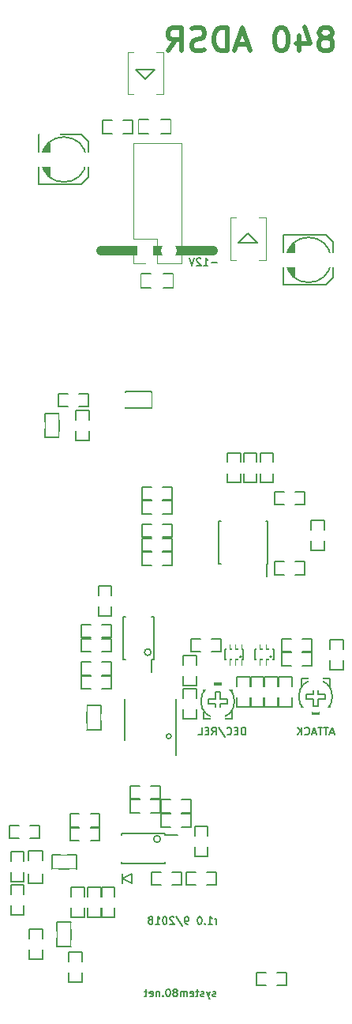
<source format=gbo>
G04 #@! TF.FileFunction,Legend,Bot*
%FSLAX46Y46*%
G04 Gerber Fmt 4.6, Leading zero omitted, Abs format (unit mm)*
G04 Created by KiCad (PCBNEW 4.0.2-stable) date 2018-09-14 2:15:48 PM*
%MOMM*%
G01*
G04 APERTURE LIST*
%ADD10C,0.200000*%
%ADD11C,0.150000*%
%ADD12C,0.500000*%
%ADD13C,1.000000*%
%ADD14C,0.127000*%
%ADD15C,0.066040*%
%ADD16C,0.101600*%
%ADD17C,0.203200*%
%ADD18C,0.120000*%
%ADD19C,0.152400*%
%ADD20R,0.950000X0.850000*%
%ADD21R,0.850000X0.950000*%
%ADD22R,3.049740X1.650200*%
%ADD23R,1.447000X1.193000*%
%ADD24R,2.447760X2.447760*%
%ADD25R,1.250000X1.250000*%
%ADD26C,1.250000*%
%ADD27R,1.050760X0.751040*%
%ADD28R,0.659600X0.812000*%
%ADD29R,1.193000X1.447000*%
%ADD30O,4.050000X2.550000*%
%ADD31O,2.550000X2.050000*%
%ADD32O,1.550000X3.550000*%
%ADD33O,2.550000X4.050000*%
%ADD34O,2.050000X2.550000*%
%ADD35O,3.550000X1.550000*%
%ADD36R,1.750000X1.750000*%
%ADD37O,1.750000X1.750000*%
%ADD38R,0.751040X1.050760*%
%ADD39R,0.448780X0.847560*%
%ADD40O,2.250000X1.450000*%
%ADD41O,2.300000X1.450000*%
%ADD42R,1.650000X1.550000*%
%ADD43R,2.850000X1.650000*%
%ADD44R,0.450000X1.550000*%
%ADD45R,0.500000X1.500000*%
%ADD46R,1.500000X0.500000*%
%ADD47O,2.850000X3.550000*%
%ADD48C,1.800000*%
G04 APERTURE END LIST*
D10*
D11*
X102790476Y-154823810D02*
X102714286Y-154861905D01*
X102561905Y-154861905D01*
X102485714Y-154823810D01*
X102447619Y-154747619D01*
X102447619Y-154709524D01*
X102485714Y-154633333D01*
X102561905Y-154595238D01*
X102676190Y-154595238D01*
X102752381Y-154557143D01*
X102790476Y-154480952D01*
X102790476Y-154442857D01*
X102752381Y-154366667D01*
X102676190Y-154328571D01*
X102561905Y-154328571D01*
X102485714Y-154366667D01*
X102180952Y-154328571D02*
X101990476Y-154861905D01*
X101800000Y-154328571D02*
X101990476Y-154861905D01*
X102066667Y-155052381D01*
X102104762Y-155090476D01*
X102180952Y-155128571D01*
X101533333Y-154823810D02*
X101457143Y-154861905D01*
X101304762Y-154861905D01*
X101228571Y-154823810D01*
X101190476Y-154747619D01*
X101190476Y-154709524D01*
X101228571Y-154633333D01*
X101304762Y-154595238D01*
X101419047Y-154595238D01*
X101495238Y-154557143D01*
X101533333Y-154480952D01*
X101533333Y-154442857D01*
X101495238Y-154366667D01*
X101419047Y-154328571D01*
X101304762Y-154328571D01*
X101228571Y-154366667D01*
X100961905Y-154328571D02*
X100657143Y-154328571D01*
X100847619Y-154061905D02*
X100847619Y-154747619D01*
X100809524Y-154823810D01*
X100733333Y-154861905D01*
X100657143Y-154861905D01*
X100085714Y-154823810D02*
X100161904Y-154861905D01*
X100314285Y-154861905D01*
X100390476Y-154823810D01*
X100428571Y-154747619D01*
X100428571Y-154442857D01*
X100390476Y-154366667D01*
X100314285Y-154328571D01*
X100161904Y-154328571D01*
X100085714Y-154366667D01*
X100047619Y-154442857D01*
X100047619Y-154519048D01*
X100428571Y-154595238D01*
X99704762Y-154861905D02*
X99704762Y-154328571D01*
X99704762Y-154404762D02*
X99666667Y-154366667D01*
X99590476Y-154328571D01*
X99476190Y-154328571D01*
X99400000Y-154366667D01*
X99361905Y-154442857D01*
X99361905Y-154861905D01*
X99361905Y-154442857D02*
X99323809Y-154366667D01*
X99247619Y-154328571D01*
X99133333Y-154328571D01*
X99057143Y-154366667D01*
X99019048Y-154442857D01*
X99019048Y-154861905D01*
X98523809Y-154404762D02*
X98600000Y-154366667D01*
X98638095Y-154328571D01*
X98676190Y-154252381D01*
X98676190Y-154214286D01*
X98638095Y-154138095D01*
X98600000Y-154100000D01*
X98523809Y-154061905D01*
X98371428Y-154061905D01*
X98295238Y-154100000D01*
X98257142Y-154138095D01*
X98219047Y-154214286D01*
X98219047Y-154252381D01*
X98257142Y-154328571D01*
X98295238Y-154366667D01*
X98371428Y-154404762D01*
X98523809Y-154404762D01*
X98600000Y-154442857D01*
X98638095Y-154480952D01*
X98676190Y-154557143D01*
X98676190Y-154709524D01*
X98638095Y-154785714D01*
X98600000Y-154823810D01*
X98523809Y-154861905D01*
X98371428Y-154861905D01*
X98295238Y-154823810D01*
X98257142Y-154785714D01*
X98219047Y-154709524D01*
X98219047Y-154557143D01*
X98257142Y-154480952D01*
X98295238Y-154442857D01*
X98371428Y-154404762D01*
X97723809Y-154061905D02*
X97647618Y-154061905D01*
X97571428Y-154100000D01*
X97533333Y-154138095D01*
X97495237Y-154214286D01*
X97457142Y-154366667D01*
X97457142Y-154557143D01*
X97495237Y-154709524D01*
X97533333Y-154785714D01*
X97571428Y-154823810D01*
X97647618Y-154861905D01*
X97723809Y-154861905D01*
X97799999Y-154823810D01*
X97838095Y-154785714D01*
X97876190Y-154709524D01*
X97914285Y-154557143D01*
X97914285Y-154366667D01*
X97876190Y-154214286D01*
X97838095Y-154138095D01*
X97799999Y-154100000D01*
X97723809Y-154061905D01*
X97114285Y-154785714D02*
X97076190Y-154823810D01*
X97114285Y-154861905D01*
X97152380Y-154823810D01*
X97114285Y-154785714D01*
X97114285Y-154861905D01*
X96733333Y-154328571D02*
X96733333Y-154861905D01*
X96733333Y-154404762D02*
X96695238Y-154366667D01*
X96619047Y-154328571D01*
X96504761Y-154328571D01*
X96428571Y-154366667D01*
X96390476Y-154442857D01*
X96390476Y-154861905D01*
X95704761Y-154823810D02*
X95780951Y-154861905D01*
X95933332Y-154861905D01*
X96009523Y-154823810D01*
X96047618Y-154747619D01*
X96047618Y-154442857D01*
X96009523Y-154366667D01*
X95933332Y-154328571D01*
X95780951Y-154328571D01*
X95704761Y-154366667D01*
X95666666Y-154442857D01*
X95666666Y-154519048D01*
X96047618Y-154595238D01*
X95438095Y-154328571D02*
X95133333Y-154328571D01*
X95323809Y-154061905D02*
X95323809Y-154747619D01*
X95285714Y-154823810D01*
X95209523Y-154861905D01*
X95133333Y-154861905D01*
X102888096Y-147111905D02*
X102888096Y-146578571D01*
X102888096Y-146730952D02*
X102850001Y-146654762D01*
X102811905Y-146616667D01*
X102735715Y-146578571D01*
X102659524Y-146578571D01*
X101973810Y-147111905D02*
X102430953Y-147111905D01*
X102202382Y-147111905D02*
X102202382Y-146311905D01*
X102278572Y-146426190D01*
X102354763Y-146502381D01*
X102430953Y-146540476D01*
X101630953Y-147035714D02*
X101592858Y-147073810D01*
X101630953Y-147111905D01*
X101669048Y-147073810D01*
X101630953Y-147035714D01*
X101630953Y-147111905D01*
X101097620Y-146311905D02*
X101021429Y-146311905D01*
X100945239Y-146350000D01*
X100907144Y-146388095D01*
X100869048Y-146464286D01*
X100830953Y-146616667D01*
X100830953Y-146807143D01*
X100869048Y-146959524D01*
X100907144Y-147035714D01*
X100945239Y-147073810D01*
X101021429Y-147111905D01*
X101097620Y-147111905D01*
X101173810Y-147073810D01*
X101211906Y-147035714D01*
X101250001Y-146959524D01*
X101288096Y-146807143D01*
X101288096Y-146616667D01*
X101250001Y-146464286D01*
X101211906Y-146388095D01*
X101173810Y-146350000D01*
X101097620Y-146311905D01*
X99840477Y-147111905D02*
X99688096Y-147111905D01*
X99611905Y-147073810D01*
X99573810Y-147035714D01*
X99497619Y-146921429D01*
X99459524Y-146769048D01*
X99459524Y-146464286D01*
X99497619Y-146388095D01*
X99535715Y-146350000D01*
X99611905Y-146311905D01*
X99764286Y-146311905D01*
X99840477Y-146350000D01*
X99878572Y-146388095D01*
X99916667Y-146464286D01*
X99916667Y-146654762D01*
X99878572Y-146730952D01*
X99840477Y-146769048D01*
X99764286Y-146807143D01*
X99611905Y-146807143D01*
X99535715Y-146769048D01*
X99497619Y-146730952D01*
X99459524Y-146654762D01*
X98545238Y-146273810D02*
X99230953Y-147302381D01*
X98316667Y-146388095D02*
X98278572Y-146350000D01*
X98202381Y-146311905D01*
X98011905Y-146311905D01*
X97935715Y-146350000D01*
X97897619Y-146388095D01*
X97859524Y-146464286D01*
X97859524Y-146540476D01*
X97897619Y-146654762D01*
X98354762Y-147111905D01*
X97859524Y-147111905D01*
X97364286Y-146311905D02*
X97288095Y-146311905D01*
X97211905Y-146350000D01*
X97173810Y-146388095D01*
X97135714Y-146464286D01*
X97097619Y-146616667D01*
X97097619Y-146807143D01*
X97135714Y-146959524D01*
X97173810Y-147035714D01*
X97211905Y-147073810D01*
X97288095Y-147111905D01*
X97364286Y-147111905D01*
X97440476Y-147073810D01*
X97478572Y-147035714D01*
X97516667Y-146959524D01*
X97554762Y-146807143D01*
X97554762Y-146616667D01*
X97516667Y-146464286D01*
X97478572Y-146388095D01*
X97440476Y-146350000D01*
X97364286Y-146311905D01*
X96335714Y-147111905D02*
X96792857Y-147111905D01*
X96564286Y-147111905D02*
X96564286Y-146311905D01*
X96640476Y-146426190D01*
X96716667Y-146502381D01*
X96792857Y-146540476D01*
X95878571Y-146654762D02*
X95954762Y-146616667D01*
X95992857Y-146578571D01*
X96030952Y-146502381D01*
X96030952Y-146464286D01*
X95992857Y-146388095D01*
X95954762Y-146350000D01*
X95878571Y-146311905D01*
X95726190Y-146311905D01*
X95650000Y-146350000D01*
X95611904Y-146388095D01*
X95573809Y-146464286D01*
X95573809Y-146502381D01*
X95611904Y-146578571D01*
X95650000Y-146616667D01*
X95726190Y-146654762D01*
X95878571Y-146654762D01*
X95954762Y-146692857D01*
X95992857Y-146730952D01*
X96030952Y-146807143D01*
X96030952Y-146959524D01*
X95992857Y-147035714D01*
X95954762Y-147073810D01*
X95878571Y-147111905D01*
X95726190Y-147111905D01*
X95650000Y-147073810D01*
X95611904Y-147035714D01*
X95573809Y-146959524D01*
X95573809Y-146807143D01*
X95611904Y-146730952D01*
X95650000Y-146692857D01*
X95726190Y-146654762D01*
D12*
X114833332Y-52202381D02*
X115071427Y-52083333D01*
X115190475Y-51964286D01*
X115309523Y-51726190D01*
X115309523Y-51607143D01*
X115190475Y-51369048D01*
X115071427Y-51250000D01*
X114833332Y-51130952D01*
X114357142Y-51130952D01*
X114119046Y-51250000D01*
X113999999Y-51369048D01*
X113880951Y-51607143D01*
X113880951Y-51726190D01*
X113999999Y-51964286D01*
X114119046Y-52083333D01*
X114357142Y-52202381D01*
X114833332Y-52202381D01*
X115071427Y-52321429D01*
X115190475Y-52440476D01*
X115309523Y-52678571D01*
X115309523Y-53154762D01*
X115190475Y-53392857D01*
X115071427Y-53511905D01*
X114833332Y-53630952D01*
X114357142Y-53630952D01*
X114119046Y-53511905D01*
X113999999Y-53392857D01*
X113880951Y-53154762D01*
X113880951Y-52678571D01*
X113999999Y-52440476D01*
X114119046Y-52321429D01*
X114357142Y-52202381D01*
X111738094Y-51964286D02*
X111738094Y-53630952D01*
X112333332Y-51011905D02*
X112928571Y-52797619D01*
X111380951Y-52797619D01*
X109952380Y-51130952D02*
X109714285Y-51130952D01*
X109476190Y-51250000D01*
X109357142Y-51369048D01*
X109238095Y-51607143D01*
X109119047Y-52083333D01*
X109119047Y-52678571D01*
X109238095Y-53154762D01*
X109357142Y-53392857D01*
X109476190Y-53511905D01*
X109714285Y-53630952D01*
X109952380Y-53630952D01*
X110190476Y-53511905D01*
X110309523Y-53392857D01*
X110428571Y-53154762D01*
X110547619Y-52678571D01*
X110547619Y-52083333D01*
X110428571Y-51607143D01*
X110309523Y-51369048D01*
X110190476Y-51250000D01*
X109952380Y-51130952D01*
X106261905Y-52916667D02*
X105071428Y-52916667D01*
X106500000Y-53630952D02*
X105666666Y-51130952D01*
X104833333Y-53630952D01*
X104000000Y-53630952D02*
X104000000Y-51130952D01*
X103404762Y-51130952D01*
X103047619Y-51250000D01*
X102809524Y-51488095D01*
X102690476Y-51726190D01*
X102571428Y-52202381D01*
X102571428Y-52559524D01*
X102690476Y-53035714D01*
X102809524Y-53273810D01*
X103047619Y-53511905D01*
X103404762Y-53630952D01*
X104000000Y-53630952D01*
X101619048Y-53511905D02*
X101261905Y-53630952D01*
X100666667Y-53630952D01*
X100428571Y-53511905D01*
X100309524Y-53392857D01*
X100190476Y-53154762D01*
X100190476Y-52916667D01*
X100309524Y-52678571D01*
X100428571Y-52559524D01*
X100666667Y-52440476D01*
X101142857Y-52321429D01*
X101380952Y-52202381D01*
X101500000Y-52083333D01*
X101619048Y-51845238D01*
X101619048Y-51607143D01*
X101500000Y-51369048D01*
X101380952Y-51250000D01*
X101142857Y-51130952D01*
X100547619Y-51130952D01*
X100190476Y-51250000D01*
X97690476Y-53630952D02*
X98523810Y-52440476D01*
X99119048Y-53630952D02*
X99119048Y-51130952D01*
X98166667Y-51130952D01*
X97928572Y-51250000D01*
X97809524Y-51369048D01*
X97690476Y-51607143D01*
X97690476Y-51964286D01*
X97809524Y-52202381D01*
X97928572Y-52321429D01*
X98166667Y-52440476D01*
X99119048Y-52440476D01*
D13*
X90500000Y-75000000D02*
X102500000Y-75000000D01*
D11*
X102909524Y-76307143D02*
X102300000Y-76307143D01*
X101500000Y-76611905D02*
X101957143Y-76611905D01*
X101728572Y-76611905D02*
X101728572Y-75811905D01*
X101804762Y-75926190D01*
X101880953Y-76002381D01*
X101957143Y-76040476D01*
X101195238Y-75888095D02*
X101157143Y-75850000D01*
X101080952Y-75811905D01*
X100890476Y-75811905D01*
X100814286Y-75850000D01*
X100776190Y-75888095D01*
X100738095Y-75964286D01*
X100738095Y-76040476D01*
X100776190Y-76154762D01*
X101233333Y-76611905D01*
X100738095Y-76611905D01*
X100509524Y-75811905D02*
X100242857Y-76611905D01*
X99976190Y-75811905D01*
X105976191Y-126861905D02*
X105976191Y-126061905D01*
X105785715Y-126061905D01*
X105671429Y-126100000D01*
X105595238Y-126176190D01*
X105557143Y-126252381D01*
X105519048Y-126404762D01*
X105519048Y-126519048D01*
X105557143Y-126671429D01*
X105595238Y-126747619D01*
X105671429Y-126823810D01*
X105785715Y-126861905D01*
X105976191Y-126861905D01*
X105176191Y-126442857D02*
X104909524Y-126442857D01*
X104795238Y-126861905D02*
X105176191Y-126861905D01*
X105176191Y-126061905D01*
X104795238Y-126061905D01*
X103995238Y-126785714D02*
X104033333Y-126823810D01*
X104147619Y-126861905D01*
X104223809Y-126861905D01*
X104338095Y-126823810D01*
X104414286Y-126747619D01*
X104452381Y-126671429D01*
X104490476Y-126519048D01*
X104490476Y-126404762D01*
X104452381Y-126252381D01*
X104414286Y-126176190D01*
X104338095Y-126100000D01*
X104223809Y-126061905D01*
X104147619Y-126061905D01*
X104033333Y-126100000D01*
X103995238Y-126138095D01*
X103080952Y-126023810D02*
X103766667Y-127052381D01*
X102357143Y-126861905D02*
X102623810Y-126480952D01*
X102814286Y-126861905D02*
X102814286Y-126061905D01*
X102509524Y-126061905D01*
X102433333Y-126100000D01*
X102395238Y-126138095D01*
X102357143Y-126214286D01*
X102357143Y-126328571D01*
X102395238Y-126404762D01*
X102433333Y-126442857D01*
X102509524Y-126480952D01*
X102814286Y-126480952D01*
X102014286Y-126442857D02*
X101747619Y-126442857D01*
X101633333Y-126861905D02*
X102014286Y-126861905D01*
X102014286Y-126061905D01*
X101633333Y-126061905D01*
X100909523Y-126861905D02*
X101290476Y-126861905D01*
X101290476Y-126061905D01*
X115442857Y-126633333D02*
X115061905Y-126633333D01*
X115519048Y-126861905D02*
X115252381Y-126061905D01*
X114985714Y-126861905D01*
X114833334Y-126061905D02*
X114376191Y-126061905D01*
X114604762Y-126861905D02*
X114604762Y-126061905D01*
X114223810Y-126061905D02*
X113766667Y-126061905D01*
X113995238Y-126861905D02*
X113995238Y-126061905D01*
X113538095Y-126633333D02*
X113157143Y-126633333D01*
X113614286Y-126861905D02*
X113347619Y-126061905D01*
X113080952Y-126861905D01*
X112357143Y-126785714D02*
X112395238Y-126823810D01*
X112509524Y-126861905D01*
X112585714Y-126861905D01*
X112700000Y-126823810D01*
X112776191Y-126747619D01*
X112814286Y-126671429D01*
X112852381Y-126519048D01*
X112852381Y-126404762D01*
X112814286Y-126252381D01*
X112776191Y-126176190D01*
X112700000Y-126100000D01*
X112585714Y-126061905D01*
X112509524Y-126061905D01*
X112395238Y-126100000D01*
X112357143Y-126138095D01*
X112014286Y-126861905D02*
X112014286Y-126061905D01*
X111557143Y-126861905D02*
X111900000Y-126404762D01*
X111557143Y-126061905D02*
X112014286Y-126519048D01*
D10*
X93850000Y-61050000D02*
X92850000Y-61050000D01*
X90650000Y-62450000D02*
X90650000Y-61050000D01*
X93850000Y-61050000D02*
X93850000Y-62450000D01*
X93850000Y-62450000D02*
X92850000Y-62450000D01*
X91650000Y-61050000D02*
X90650000Y-61050000D01*
X91650000Y-62450000D02*
X90650000Y-62450000D01*
X90350000Y-135300000D02*
X89350000Y-135300000D01*
X87150000Y-136700000D02*
X87150000Y-135300000D01*
X90350000Y-135300000D02*
X90350000Y-136700000D01*
X90350000Y-136700000D02*
X89350000Y-136700000D01*
X88150000Y-135300000D02*
X87150000Y-135300000D01*
X88150000Y-136700000D02*
X87150000Y-136700000D01*
X104050000Y-96650000D02*
X104050000Y-97650000D01*
X105450000Y-99850000D02*
X104050000Y-99850000D01*
X104050000Y-96650000D02*
X105450000Y-96650000D01*
X105450000Y-96650000D02*
X105450000Y-97650000D01*
X104050000Y-98850000D02*
X104050000Y-99850000D01*
X105450000Y-98850000D02*
X105450000Y-99850000D01*
X114450000Y-107100000D02*
X114450000Y-106100000D01*
X113050000Y-103900000D02*
X114450000Y-103900000D01*
X114450000Y-107100000D02*
X113050000Y-107100000D01*
X113050000Y-107100000D02*
X113050000Y-106100000D01*
X114450000Y-104900000D02*
X114450000Y-103900000D01*
X113050000Y-104900000D02*
X113050000Y-103900000D01*
X95900000Y-142950000D02*
X96900000Y-142950000D01*
X99100000Y-141550000D02*
X99100000Y-142950000D01*
X95900000Y-142950000D02*
X95900000Y-141550000D01*
X95900000Y-141550000D02*
X96900000Y-141550000D01*
X98100000Y-142950000D02*
X99100000Y-142950000D01*
X98100000Y-141550000D02*
X99100000Y-141550000D01*
X82800000Y-147650000D02*
X82800000Y-148650000D01*
X84200000Y-150850000D02*
X82800000Y-150850000D01*
X82800000Y-147650000D02*
X84200000Y-147650000D01*
X84200000Y-147650000D02*
X84200000Y-148650000D01*
X82800000Y-149850000D02*
X82800000Y-150850000D01*
X84200000Y-149850000D02*
X84200000Y-150850000D01*
D11*
X84214000Y-65885000D02*
X84214000Y-64488000D01*
X84341000Y-66139000D02*
X84341000Y-64361000D01*
X84468000Y-66520000D02*
X84468000Y-63980000D01*
X84595000Y-63853000D02*
X84595000Y-66647000D01*
X84722000Y-66774000D02*
X84722000Y-63726000D01*
X84849000Y-63599000D02*
X84849000Y-66901000D01*
X84976000Y-67028000D02*
X84976000Y-63472000D01*
X83833000Y-67917000D02*
X88405000Y-67917000D01*
X88405000Y-67917000D02*
X89167000Y-67155000D01*
X89167000Y-67155000D02*
X89167000Y-63345000D01*
X89167000Y-63345000D02*
X88405000Y-62583000D01*
X88405000Y-62583000D02*
X83833000Y-62583000D01*
X83833000Y-62583000D02*
X83833000Y-67917000D01*
X88659000Y-65250000D02*
X87897000Y-65250000D01*
X88278000Y-65631000D02*
X88278000Y-64869000D01*
X88913000Y-65250000D02*
G75*
G03X88913000Y-65250000I-2413000J0D01*
G01*
X110464000Y-76635000D02*
X110464000Y-75238000D01*
X110591000Y-76889000D02*
X110591000Y-75111000D01*
X110718000Y-77270000D02*
X110718000Y-74730000D01*
X110845000Y-74603000D02*
X110845000Y-77397000D01*
X110972000Y-77524000D02*
X110972000Y-74476000D01*
X111099000Y-74349000D02*
X111099000Y-77651000D01*
X111226000Y-77778000D02*
X111226000Y-74222000D01*
X110083000Y-78667000D02*
X114655000Y-78667000D01*
X114655000Y-78667000D02*
X115417000Y-77905000D01*
X115417000Y-77905000D02*
X115417000Y-74095000D01*
X115417000Y-74095000D02*
X114655000Y-73333000D01*
X114655000Y-73333000D02*
X110083000Y-73333000D01*
X110083000Y-73333000D02*
X110083000Y-78667000D01*
X114909000Y-76000000D02*
X114147000Y-76000000D01*
X114528000Y-76381000D02*
X114528000Y-75619000D01*
X115163000Y-76000000D02*
G75*
G03X115163000Y-76000000I-2413000J0D01*
G01*
D14*
X82738000Y-141711200D02*
X82738000Y-142727200D01*
X82738000Y-142727200D02*
X84262000Y-142727200D01*
X84262000Y-142727200D02*
X84262000Y-141711200D01*
X84262000Y-140288800D02*
X84262000Y-139272800D01*
X84262000Y-139272800D02*
X82738000Y-139272800D01*
X82738000Y-139272800D02*
X82738000Y-140288800D01*
D10*
X88400000Y-117950000D02*
X89400000Y-117950000D01*
X91600000Y-116550000D02*
X91600000Y-117950000D01*
X88400000Y-117950000D02*
X88400000Y-116550000D01*
X88400000Y-116550000D02*
X89400000Y-116550000D01*
X90600000Y-117950000D02*
X91600000Y-117950000D01*
X90600000Y-116550000D02*
X91600000Y-116550000D01*
X91600000Y-119050000D02*
X90600000Y-119050000D01*
X88400000Y-120450000D02*
X88400000Y-119050000D01*
X91600000Y-119050000D02*
X91600000Y-120450000D01*
X91600000Y-120450000D02*
X90600000Y-120450000D01*
X89400000Y-119050000D02*
X88400000Y-119050000D01*
X89400000Y-120450000D02*
X88400000Y-120450000D01*
X113100000Y-118050000D02*
X112100000Y-118050000D01*
X109900000Y-119450000D02*
X109900000Y-118050000D01*
X113100000Y-118050000D02*
X113100000Y-119450000D01*
X113100000Y-119450000D02*
X112100000Y-119450000D01*
X110900000Y-118050000D02*
X109900000Y-118050000D01*
X110900000Y-119450000D02*
X109900000Y-119450000D01*
X100150000Y-117950000D02*
X101150000Y-117950000D01*
X103350000Y-116550000D02*
X103350000Y-117950000D01*
X100150000Y-117950000D02*
X100150000Y-116550000D01*
X100150000Y-116550000D02*
X101150000Y-116550000D01*
X102350000Y-117950000D02*
X103350000Y-117950000D01*
X102350000Y-116550000D02*
X103350000Y-116550000D01*
X87800000Y-92150000D02*
X87800000Y-93150000D01*
X89200000Y-95350000D02*
X87800000Y-95350000D01*
X87800000Y-92150000D02*
X89200000Y-92150000D01*
X89200000Y-92150000D02*
X89200000Y-93150000D01*
X87800000Y-94350000D02*
X87800000Y-95350000D01*
X89200000Y-94350000D02*
X89200000Y-95350000D01*
D15*
X94160340Y-58260600D02*
X96339660Y-58260600D01*
X94160340Y-53739400D02*
X96339660Y-53739400D01*
X93350080Y-57348740D02*
X93350080Y-56797560D01*
X97149920Y-57348740D02*
X97149920Y-56797560D01*
D16*
X97155000Y-58260600D02*
X97155000Y-53739400D01*
X93345000Y-58260600D02*
X93345000Y-53739400D01*
X93345000Y-58260600D02*
X97155000Y-58260600D01*
X93345000Y-53739400D02*
X97155000Y-53739400D01*
D17*
X96248220Y-55609500D02*
X95250000Y-56628040D01*
X95250000Y-56628040D02*
X94251780Y-55609500D01*
X94251780Y-55609500D02*
X96248220Y-55609500D01*
D15*
X107339660Y-71489400D02*
X105160340Y-71489400D01*
X107339660Y-76010600D02*
X105160340Y-76010600D01*
X108149920Y-72401260D02*
X108149920Y-72952440D01*
X104350080Y-72401260D02*
X104350080Y-72952440D01*
D16*
X104345000Y-71489400D02*
X104345000Y-76010600D01*
X108155000Y-71489400D02*
X108155000Y-76010600D01*
X108155000Y-71489400D02*
X104345000Y-71489400D01*
X108155000Y-76010600D02*
X104345000Y-76010600D01*
D17*
X105251780Y-74140500D02*
X106250000Y-73121960D01*
X106250000Y-73121960D02*
X107248220Y-74140500D01*
X107248220Y-74140500D02*
X105251780Y-74140500D01*
D14*
X86012000Y-95020000D02*
X86012000Y-92416500D01*
X86012000Y-92416500D02*
X84488000Y-92416500D01*
X84488000Y-92416500D02*
X84488000Y-95020000D01*
X84488000Y-95020000D02*
X86012000Y-95020000D01*
D11*
X92742000Y-141742000D02*
X92742000Y-142758000D01*
X93758000Y-141742000D02*
X93758000Y-142758000D01*
X93758000Y-142758000D02*
X92742000Y-142250000D01*
X92742000Y-142250000D02*
X93758000Y-141742000D01*
D14*
X96961200Y-62512000D02*
X97977200Y-62512000D01*
X97977200Y-62512000D02*
X97977200Y-60988000D01*
X97977200Y-60988000D02*
X96961200Y-60988000D01*
X95538800Y-60988000D02*
X94522800Y-60988000D01*
X94522800Y-60988000D02*
X94522800Y-62512000D01*
X94522800Y-62512000D02*
X95538800Y-62512000D01*
X95788800Y-77488000D02*
X94772800Y-77488000D01*
X94772800Y-77488000D02*
X94772800Y-79012000D01*
X94772800Y-79012000D02*
X95788800Y-79012000D01*
X97211200Y-79012000D02*
X98227200Y-79012000D01*
X98227200Y-79012000D02*
X98227200Y-77488000D01*
X98227200Y-77488000D02*
X97211200Y-77488000D01*
D18*
X93920000Y-63510000D02*
X99120000Y-63510000D01*
X93920000Y-73730000D02*
X93920000Y-63510000D01*
X99120000Y-76330000D02*
X99120000Y-63510000D01*
X93920000Y-73730000D02*
X96520000Y-73730000D01*
X96520000Y-73730000D02*
X96520000Y-76330000D01*
X96520000Y-76330000D02*
X99120000Y-76330000D01*
X93920000Y-75000000D02*
X93920000Y-76330000D01*
X93920000Y-76330000D02*
X95250000Y-76330000D01*
D14*
X85230000Y-141262000D02*
X87833500Y-141262000D01*
X87833500Y-141262000D02*
X87833500Y-139738000D01*
X87833500Y-139738000D02*
X85230000Y-139738000D01*
X85230000Y-139738000D02*
X85230000Y-141262000D01*
X87262000Y-149520000D02*
X87262000Y-146916500D01*
X87262000Y-146916500D02*
X85738000Y-146916500D01*
X85738000Y-146916500D02*
X85738000Y-149520000D01*
X85738000Y-149520000D02*
X87262000Y-149520000D01*
X88988000Y-123730000D02*
X88988000Y-126333500D01*
X88988000Y-126333500D02*
X90512000Y-126333500D01*
X90512000Y-126333500D02*
X90512000Y-123730000D01*
X90512000Y-123730000D02*
X88988000Y-123730000D01*
D15*
X108797560Y-119349820D02*
X108497840Y-119349820D01*
X108497840Y-119349820D02*
X108497840Y-118849440D01*
X108797560Y-118849440D02*
X108497840Y-118849440D01*
X108797560Y-119349820D02*
X108797560Y-118849440D01*
X108149860Y-119349820D02*
X107850140Y-119349820D01*
X107850140Y-119349820D02*
X107850140Y-118849440D01*
X108149860Y-118849440D02*
X107850140Y-118849440D01*
X108149860Y-119349820D02*
X108149860Y-118849440D01*
X107502160Y-119349820D02*
X107202440Y-119349820D01*
X107202440Y-119349820D02*
X107202440Y-118849440D01*
X107502160Y-118849440D02*
X107202440Y-118849440D01*
X107502160Y-119349820D02*
X107502160Y-118849440D01*
X107502160Y-117650560D02*
X107202440Y-117650560D01*
X107202440Y-117650560D02*
X107202440Y-117150180D01*
X107502160Y-117150180D02*
X107202440Y-117150180D01*
X107502160Y-117650560D02*
X107502160Y-117150180D01*
X108149860Y-117650560D02*
X107850140Y-117650560D01*
X107850140Y-117650560D02*
X107850140Y-117150180D01*
X108149860Y-117150180D02*
X107850140Y-117150180D01*
X108149860Y-117650560D02*
X108149860Y-117150180D01*
X108797560Y-117650560D02*
X108497840Y-117650560D01*
X108497840Y-117650560D02*
X108497840Y-117150180D01*
X108797560Y-117150180D02*
X108497840Y-117150180D01*
X108797560Y-117650560D02*
X108797560Y-117150180D01*
D17*
X108998220Y-117701360D02*
X107001780Y-117701360D01*
X107001780Y-117701360D02*
X107001780Y-118798640D01*
X107001780Y-118798640D02*
X108998220Y-118798640D01*
X108998220Y-118798640D02*
X108998220Y-117701360D01*
D19*
X108802671Y-118498920D02*
G75*
G03X108802671Y-118498920I-104171J0D01*
G01*
D15*
X105547560Y-119349820D02*
X105247840Y-119349820D01*
X105247840Y-119349820D02*
X105247840Y-118849440D01*
X105547560Y-118849440D02*
X105247840Y-118849440D01*
X105547560Y-119349820D02*
X105547560Y-118849440D01*
X104899860Y-119349820D02*
X104600140Y-119349820D01*
X104600140Y-119349820D02*
X104600140Y-118849440D01*
X104899860Y-118849440D02*
X104600140Y-118849440D01*
X104899860Y-119349820D02*
X104899860Y-118849440D01*
X104252160Y-119349820D02*
X103952440Y-119349820D01*
X103952440Y-119349820D02*
X103952440Y-118849440D01*
X104252160Y-118849440D02*
X103952440Y-118849440D01*
X104252160Y-119349820D02*
X104252160Y-118849440D01*
X104252160Y-117650560D02*
X103952440Y-117650560D01*
X103952440Y-117650560D02*
X103952440Y-117150180D01*
X104252160Y-117150180D02*
X103952440Y-117150180D01*
X104252160Y-117650560D02*
X104252160Y-117150180D01*
X104899860Y-117650560D02*
X104600140Y-117650560D01*
X104600140Y-117650560D02*
X104600140Y-117150180D01*
X104899860Y-117150180D02*
X104600140Y-117150180D01*
X104899860Y-117650560D02*
X104899860Y-117150180D01*
X105547560Y-117650560D02*
X105247840Y-117650560D01*
X105247840Y-117650560D02*
X105247840Y-117150180D01*
X105547560Y-117150180D02*
X105247840Y-117150180D01*
X105547560Y-117650560D02*
X105547560Y-117150180D01*
D17*
X105748220Y-117701360D02*
X103751780Y-117701360D01*
X103751780Y-117701360D02*
X103751780Y-118798640D01*
X103751780Y-118798640D02*
X105748220Y-118798640D01*
X105748220Y-118798640D02*
X105748220Y-117701360D01*
D19*
X105552671Y-118498920D02*
G75*
G03X105552671Y-118498920I-104171J0D01*
G01*
D10*
X82200000Y-146100000D02*
X82200000Y-145100000D01*
X80800000Y-142900000D02*
X82200000Y-142900000D01*
X82200000Y-146100000D02*
X80800000Y-146100000D01*
X80800000Y-146100000D02*
X80800000Y-145100000D01*
X82200000Y-143900000D02*
X82200000Y-142900000D01*
X80800000Y-143900000D02*
X80800000Y-142900000D01*
X91950000Y-146350000D02*
X91950000Y-145350000D01*
X90550000Y-143150000D02*
X91950000Y-143150000D01*
X91950000Y-146350000D02*
X90550000Y-146350000D01*
X90550000Y-146350000D02*
X90550000Y-145350000D01*
X91950000Y-144150000D02*
X91950000Y-143150000D01*
X90550000Y-144150000D02*
X90550000Y-143150000D01*
X87150000Y-138200000D02*
X88150000Y-138200000D01*
X90350000Y-136800000D02*
X90350000Y-138200000D01*
X87150000Y-138200000D02*
X87150000Y-136800000D01*
X87150000Y-136800000D02*
X88150000Y-136800000D01*
X89350000Y-138200000D02*
X90350000Y-138200000D01*
X89350000Y-136800000D02*
X90350000Y-136800000D01*
X87300000Y-143150000D02*
X87300000Y-144150000D01*
X88700000Y-146350000D02*
X87300000Y-146350000D01*
X87300000Y-143150000D02*
X88700000Y-143150000D01*
X88700000Y-143150000D02*
X88700000Y-144150000D01*
X87300000Y-145350000D02*
X87300000Y-146350000D01*
X88700000Y-145350000D02*
X88700000Y-146350000D01*
X87050000Y-150150000D02*
X87050000Y-151150000D01*
X88450000Y-153350000D02*
X87050000Y-153350000D01*
X87050000Y-150150000D02*
X88450000Y-150150000D01*
X88450000Y-150150000D02*
X88450000Y-151150000D01*
X87050000Y-152350000D02*
X87050000Y-153350000D01*
X88450000Y-152350000D02*
X88450000Y-153350000D01*
X100700000Y-121600000D02*
X100700000Y-120600000D01*
X99300000Y-118400000D02*
X100700000Y-118400000D01*
X100700000Y-121600000D02*
X99300000Y-121600000D01*
X99300000Y-121600000D02*
X99300000Y-120600000D01*
X100700000Y-119400000D02*
X100700000Y-118400000D01*
X99300000Y-119400000D02*
X99300000Y-118400000D01*
X89050000Y-143150000D02*
X89050000Y-144150000D01*
X90450000Y-146350000D02*
X89050000Y-146350000D01*
X89050000Y-143150000D02*
X90450000Y-143150000D01*
X90450000Y-143150000D02*
X90450000Y-144150000D01*
X89050000Y-145350000D02*
X89050000Y-146350000D01*
X90450000Y-145350000D02*
X90450000Y-146350000D01*
X80800000Y-139400000D02*
X80800000Y-140400000D01*
X82200000Y-142600000D02*
X80800000Y-142600000D01*
X80800000Y-139400000D02*
X82200000Y-139400000D01*
X82200000Y-139400000D02*
X82200000Y-140400000D01*
X80800000Y-141600000D02*
X80800000Y-142600000D01*
X82200000Y-141600000D02*
X82200000Y-142600000D01*
X80650000Y-137950000D02*
X81650000Y-137950000D01*
X83850000Y-136550000D02*
X83850000Y-137950000D01*
X80650000Y-137950000D02*
X80650000Y-136550000D01*
X80650000Y-136550000D02*
X81650000Y-136550000D01*
X82850000Y-137950000D02*
X83850000Y-137950000D01*
X82850000Y-136550000D02*
X83850000Y-136550000D01*
X88400000Y-121950000D02*
X89400000Y-121950000D01*
X91600000Y-120550000D02*
X91600000Y-121950000D01*
X88400000Y-121950000D02*
X88400000Y-120550000D01*
X88400000Y-120550000D02*
X89400000Y-120550000D01*
X90600000Y-121950000D02*
X91600000Y-121950000D01*
X90600000Y-120550000D02*
X91600000Y-120550000D01*
X88400000Y-116450000D02*
X89400000Y-116450000D01*
X91600000Y-115050000D02*
X91600000Y-116450000D01*
X88400000Y-116450000D02*
X88400000Y-115050000D01*
X88400000Y-115050000D02*
X89400000Y-115050000D01*
X90600000Y-116450000D02*
X91600000Y-116450000D01*
X90600000Y-115050000D02*
X91600000Y-115050000D01*
X115050000Y-116650000D02*
X115050000Y-117650000D01*
X116450000Y-119850000D02*
X115050000Y-119850000D01*
X115050000Y-116650000D02*
X116450000Y-116650000D01*
X116450000Y-116650000D02*
X116450000Y-117650000D01*
X115050000Y-118850000D02*
X115050000Y-119850000D01*
X116450000Y-118850000D02*
X116450000Y-119850000D01*
X100700000Y-125100000D02*
X100700000Y-124100000D01*
X99300000Y-121900000D02*
X100700000Y-121900000D01*
X100700000Y-125100000D02*
X99300000Y-125100000D01*
X99300000Y-125100000D02*
X99300000Y-124100000D01*
X100700000Y-122900000D02*
X100700000Y-121900000D01*
X99300000Y-122900000D02*
X99300000Y-121900000D01*
X106450000Y-123850000D02*
X106450000Y-122850000D01*
X105050000Y-120650000D02*
X106450000Y-120650000D01*
X106450000Y-123850000D02*
X105050000Y-123850000D01*
X105050000Y-123850000D02*
X105050000Y-122850000D01*
X106450000Y-121650000D02*
X106450000Y-120650000D01*
X105050000Y-121650000D02*
X105050000Y-120650000D01*
X107950000Y-123850000D02*
X107950000Y-122850000D01*
X106550000Y-120650000D02*
X107950000Y-120650000D01*
X107950000Y-123850000D02*
X106550000Y-123850000D01*
X106550000Y-123850000D02*
X106550000Y-122850000D01*
X107950000Y-121650000D02*
X107950000Y-120650000D01*
X106550000Y-121650000D02*
X106550000Y-120650000D01*
X110950000Y-123850000D02*
X110950000Y-122850000D01*
X109550000Y-120650000D02*
X110950000Y-120650000D01*
X110950000Y-123850000D02*
X109550000Y-123850000D01*
X109550000Y-123850000D02*
X109550000Y-122850000D01*
X110950000Y-121650000D02*
X110950000Y-120650000D01*
X109550000Y-121650000D02*
X109550000Y-120650000D01*
X109450000Y-123850000D02*
X109450000Y-122850000D01*
X108050000Y-120650000D02*
X109450000Y-120650000D01*
X109450000Y-123850000D02*
X108050000Y-123850000D01*
X108050000Y-123850000D02*
X108050000Y-122850000D01*
X109450000Y-121650000D02*
X109450000Y-120650000D01*
X108050000Y-121650000D02*
X108050000Y-120650000D01*
X109150000Y-109700000D02*
X110150000Y-109700000D01*
X112350000Y-108300000D02*
X112350000Y-109700000D01*
X109150000Y-109700000D02*
X109150000Y-108300000D01*
X109150000Y-108300000D02*
X110150000Y-108300000D01*
X111350000Y-109700000D02*
X112350000Y-109700000D01*
X111350000Y-108300000D02*
X112350000Y-108300000D01*
X113100000Y-116550000D02*
X112100000Y-116550000D01*
X109900000Y-117950000D02*
X109900000Y-116550000D01*
X113100000Y-116550000D02*
X113100000Y-117950000D01*
X113100000Y-117950000D02*
X112100000Y-117950000D01*
X110900000Y-116550000D02*
X109900000Y-116550000D01*
X110900000Y-117950000D02*
X109900000Y-117950000D01*
X94900000Y-107200000D02*
X95900000Y-107200000D01*
X98100000Y-105800000D02*
X98100000Y-107200000D01*
X94900000Y-107200000D02*
X94900000Y-105800000D01*
X94900000Y-105800000D02*
X95900000Y-105800000D01*
X97100000Y-107200000D02*
X98100000Y-107200000D01*
X97100000Y-105800000D02*
X98100000Y-105800000D01*
X94900000Y-103200000D02*
X95900000Y-103200000D01*
X98100000Y-101800000D02*
X98100000Y-103200000D01*
X94900000Y-103200000D02*
X94900000Y-101800000D01*
X94900000Y-101800000D02*
X95900000Y-101800000D01*
X97100000Y-103200000D02*
X98100000Y-103200000D01*
X97100000Y-101800000D02*
X98100000Y-101800000D01*
X112350000Y-100800000D02*
X111350000Y-100800000D01*
X109150000Y-102200000D02*
X109150000Y-100800000D01*
X112350000Y-100800000D02*
X112350000Y-102200000D01*
X112350000Y-102200000D02*
X111350000Y-102200000D01*
X110150000Y-100800000D02*
X109150000Y-100800000D01*
X110150000Y-102200000D02*
X109150000Y-102200000D01*
X105800000Y-96650000D02*
X105800000Y-97650000D01*
X107200000Y-99850000D02*
X105800000Y-99850000D01*
X105800000Y-96650000D02*
X107200000Y-96650000D01*
X107200000Y-96650000D02*
X107200000Y-97650000D01*
X105800000Y-98850000D02*
X105800000Y-99850000D01*
X107200000Y-98850000D02*
X107200000Y-99850000D01*
X94900000Y-101700000D02*
X95900000Y-101700000D01*
X98100000Y-100300000D02*
X98100000Y-101700000D01*
X94900000Y-101700000D02*
X94900000Y-100300000D01*
X94900000Y-100300000D02*
X95900000Y-100300000D01*
X97100000Y-101700000D02*
X98100000Y-101700000D01*
X97100000Y-100300000D02*
X98100000Y-100300000D01*
X98100000Y-107300000D02*
X97100000Y-107300000D01*
X94900000Y-108700000D02*
X94900000Y-107300000D01*
X98100000Y-107300000D02*
X98100000Y-108700000D01*
X98100000Y-108700000D02*
X97100000Y-108700000D01*
X95900000Y-107300000D02*
X94900000Y-107300000D01*
X95900000Y-108700000D02*
X94900000Y-108700000D01*
X108950000Y-99850000D02*
X108950000Y-98850000D01*
X107550000Y-96650000D02*
X108950000Y-96650000D01*
X108950000Y-99850000D02*
X107550000Y-99850000D01*
X107550000Y-99850000D02*
X107550000Y-98850000D01*
X108950000Y-97650000D02*
X108950000Y-96650000D01*
X107550000Y-97650000D02*
X107550000Y-96650000D01*
X98100000Y-104300000D02*
X97100000Y-104300000D01*
X94900000Y-105700000D02*
X94900000Y-104300000D01*
X98100000Y-104300000D02*
X98100000Y-105700000D01*
X98100000Y-105700000D02*
X97100000Y-105700000D01*
X95900000Y-104300000D02*
X94900000Y-104300000D01*
X95900000Y-105700000D02*
X94900000Y-105700000D01*
X102850000Y-141550000D02*
X101850000Y-141550000D01*
X99650000Y-142950000D02*
X99650000Y-141550000D01*
X102850000Y-141550000D02*
X102850000Y-142950000D01*
X102850000Y-142950000D02*
X101850000Y-142950000D01*
X100650000Y-141550000D02*
X99650000Y-141550000D01*
X100650000Y-142950000D02*
X99650000Y-142950000D01*
X100550000Y-136650000D02*
X100550000Y-137650000D01*
X101950000Y-139850000D02*
X100550000Y-139850000D01*
X100550000Y-136650000D02*
X101950000Y-136650000D01*
X101950000Y-136650000D02*
X101950000Y-137650000D01*
X100550000Y-138850000D02*
X100550000Y-139850000D01*
X101950000Y-138850000D02*
X101950000Y-139850000D01*
X89100000Y-90300000D02*
X88100000Y-90300000D01*
X85900000Y-91700000D02*
X85900000Y-90300000D01*
X89100000Y-90300000D02*
X89100000Y-91700000D01*
X89100000Y-91700000D02*
X88100000Y-91700000D01*
X86900000Y-90300000D02*
X85900000Y-90300000D01*
X86900000Y-91700000D02*
X85900000Y-91700000D01*
X96850000Y-133800000D02*
X95850000Y-133800000D01*
X93650000Y-135200000D02*
X93650000Y-133800000D01*
X96850000Y-133800000D02*
X96850000Y-135200000D01*
X96850000Y-135200000D02*
X95850000Y-135200000D01*
X94650000Y-133800000D02*
X93650000Y-133800000D01*
X94650000Y-135200000D02*
X93650000Y-135200000D01*
X93650000Y-133700000D02*
X94650000Y-133700000D01*
X96850000Y-132300000D02*
X96850000Y-133700000D01*
X93650000Y-133700000D02*
X93650000Y-132300000D01*
X93650000Y-132300000D02*
X94650000Y-132300000D01*
X95850000Y-133700000D02*
X96850000Y-133700000D01*
X95850000Y-132300000D02*
X96850000Y-132300000D01*
X96900000Y-135200000D02*
X97900000Y-135200000D01*
X100100000Y-133800000D02*
X100100000Y-135200000D01*
X96900000Y-135200000D02*
X96900000Y-133800000D01*
X96900000Y-133800000D02*
X97900000Y-133800000D01*
X99100000Y-135200000D02*
X100100000Y-135200000D01*
X99100000Y-133800000D02*
X100100000Y-133800000D01*
X100100000Y-135300000D02*
X99100000Y-135300000D01*
X96900000Y-136700000D02*
X96900000Y-135300000D01*
X100100000Y-135300000D02*
X100100000Y-136700000D01*
X100100000Y-136700000D02*
X99100000Y-136700000D01*
X97900000Y-135300000D02*
X96900000Y-135300000D01*
X97900000Y-136700000D02*
X96900000Y-136700000D01*
X110350000Y-152300000D02*
X109350000Y-152300000D01*
X107150000Y-153700000D02*
X107150000Y-152300000D01*
X110350000Y-152300000D02*
X110350000Y-153700000D01*
X110350000Y-153700000D02*
X109350000Y-153700000D01*
X108150000Y-152300000D02*
X107150000Y-152300000D01*
X108150000Y-153700000D02*
X107150000Y-153700000D01*
D11*
X103250000Y-124250000D02*
X103250000Y-123500000D01*
X103250000Y-123500000D02*
X104000000Y-123500000D01*
X104000000Y-123000000D02*
X103250000Y-123000000D01*
X103250000Y-123000000D02*
X103250000Y-122250000D01*
X102000000Y-123000000D02*
X102750000Y-123000000D01*
X102750000Y-123000000D02*
X102750000Y-122250000D01*
X102750000Y-124250000D02*
X102750000Y-123500000D01*
X102750000Y-123500000D02*
X102000000Y-123500000D01*
X102750000Y-122250000D02*
X103250000Y-122250000D01*
X102750000Y-124250000D02*
X103250000Y-124250000D01*
X104000000Y-123500000D02*
X104000000Y-123000000D01*
X102000000Y-123500000D02*
X102000000Y-123000000D01*
X101500000Y-121350000D02*
X101500000Y-122250000D01*
X101500000Y-121350000D02*
X104500000Y-121350000D01*
X104500000Y-121350000D02*
X104500000Y-122250000D01*
X101500000Y-125150000D02*
X101500000Y-124350000D01*
X101500000Y-125150000D02*
X104500000Y-125150000D01*
X104500000Y-125150000D02*
X104500000Y-124250000D01*
X104802776Y-123250000D02*
G75*
G03X104802776Y-123250000I-1802776J0D01*
G01*
X113250000Y-121750000D02*
X113250000Y-122500000D01*
X113250000Y-122500000D02*
X112500000Y-122500000D01*
X112500000Y-123000000D02*
X113250000Y-123000000D01*
X113250000Y-123000000D02*
X113250000Y-123750000D01*
X114500000Y-123000000D02*
X113750000Y-123000000D01*
X113750000Y-123000000D02*
X113750000Y-123750000D01*
X113750000Y-121750000D02*
X113750000Y-122500000D01*
X113750000Y-122500000D02*
X114500000Y-122500000D01*
X113750000Y-123750000D02*
X113250000Y-123750000D01*
X113750000Y-121750000D02*
X113250000Y-121750000D01*
X112500000Y-122500000D02*
X112500000Y-123000000D01*
X114500000Y-122500000D02*
X114500000Y-123000000D01*
X115000000Y-124650000D02*
X115000000Y-123750000D01*
X115000000Y-124650000D02*
X112000000Y-124650000D01*
X112000000Y-124650000D02*
X112000000Y-123750000D01*
X115000000Y-120850000D02*
X115000000Y-121650000D01*
X115000000Y-120850000D02*
X112000000Y-120850000D01*
X112000000Y-120850000D02*
X112000000Y-121750000D01*
X115302776Y-122750000D02*
G75*
G03X115302776Y-122750000I-1802776J0D01*
G01*
X93100000Y-90100000D02*
X95900000Y-90100000D01*
X93100000Y-91900000D02*
X95900000Y-91900000D01*
X95900000Y-91900000D02*
X95900000Y-90100000D01*
X93100000Y-90100000D02*
X93100000Y-91900000D01*
X98000000Y-127000000D02*
G75*
G03X98000000Y-127000000I-250000J0D01*
G01*
X93025000Y-127450000D02*
X93025000Y-123050000D01*
X98550000Y-129025000D02*
X98550000Y-123050000D01*
X95853553Y-118000000D02*
G75*
G03X95853553Y-118000000I-353553J0D01*
G01*
X96125000Y-118825000D02*
X95925000Y-118825000D01*
X96125000Y-114175000D02*
X95925000Y-114175000D01*
X92875000Y-114175000D02*
X93075000Y-114175000D01*
X92875000Y-118825000D02*
X93075000Y-118825000D01*
X96125000Y-118825000D02*
X96125000Y-114175000D01*
X92875000Y-118825000D02*
X92875000Y-114175000D01*
X95925000Y-118825000D02*
X95925000Y-120175000D01*
X108375000Y-108575000D02*
X108250000Y-108575000D01*
X108375000Y-103925000D02*
X108150000Y-103925000D01*
X103125000Y-103925000D02*
X103350000Y-103925000D01*
X103125000Y-108575000D02*
X103350000Y-108575000D01*
X108375000Y-108575000D02*
X108375000Y-103925000D01*
X103125000Y-108575000D02*
X103125000Y-103925000D01*
X108250000Y-108575000D02*
X108250000Y-109925000D01*
X96853553Y-138000000D02*
G75*
G03X96853553Y-138000000I-353553J0D01*
G01*
X97325000Y-137375000D02*
X97325000Y-137575000D01*
X92675000Y-137375000D02*
X92675000Y-137575000D01*
X92675000Y-140625000D02*
X92675000Y-140425000D01*
X97325000Y-140625000D02*
X97325000Y-140425000D01*
X97325000Y-137375000D02*
X92675000Y-137375000D01*
X97325000Y-140625000D02*
X92675000Y-140625000D01*
X97325000Y-137575000D02*
X98675000Y-137575000D01*
D10*
X91600000Y-114100000D02*
X91600000Y-113100000D01*
X90200000Y-110900000D02*
X91600000Y-110900000D01*
X91600000Y-114100000D02*
X90200000Y-114100000D01*
X90200000Y-114100000D02*
X90200000Y-113100000D01*
X91600000Y-111900000D02*
X91600000Y-110900000D01*
X90200000Y-111900000D02*
X90200000Y-110900000D01*
%LPC*%
D20*
X93100000Y-61750000D03*
X91400000Y-61750000D03*
X89600000Y-136000000D03*
X87900000Y-136000000D03*
D21*
X104750000Y-97400000D03*
X104750000Y-99100000D03*
X113750000Y-106350000D03*
X113750000Y-104650000D03*
D20*
X96650000Y-142250000D03*
X98350000Y-142250000D03*
D21*
X83500000Y-148400000D03*
X83500000Y-150100000D03*
D22*
X88699640Y-65250000D03*
X84300360Y-65250000D03*
X114949640Y-76000000D03*
X110550360Y-76000000D03*
D23*
X83500000Y-142079500D03*
X83500000Y-139920500D03*
D20*
X89150000Y-117250000D03*
X90850000Y-117250000D03*
X90850000Y-119750000D03*
X89150000Y-119750000D03*
X112350000Y-118750000D03*
X110650000Y-118750000D03*
X100900000Y-117250000D03*
X102600000Y-117250000D03*
D21*
X88500000Y-92900000D03*
X88500000Y-94600000D03*
D24*
X95250000Y-53800360D03*
X95250000Y-58199640D03*
X106250000Y-75949640D03*
X106250000Y-71550360D03*
D25*
X91880000Y-150530000D03*
D26*
X91880000Y-153070000D03*
D27*
X83980000Y-93750000D03*
X86520000Y-94702500D03*
X86520000Y-92797500D03*
D28*
X94494600Y-142250000D03*
X92005400Y-142250000D03*
D25*
X106000000Y-150530000D03*
D26*
X106000000Y-153070000D03*
D29*
X97329500Y-61750000D03*
X95170500Y-61750000D03*
X95420500Y-78250000D03*
X97579500Y-78250000D03*
D30*
X85000000Y-52560000D03*
D31*
X85000000Y-61960000D03*
D32*
X89900000Y-57260000D03*
X81700000Y-57260000D03*
D30*
X85000000Y-76560000D03*
D31*
X85000000Y-85960000D03*
D32*
X89900000Y-81260000D03*
X81700000Y-81260000D03*
D30*
X85000000Y-100560000D03*
D31*
X85000000Y-109960000D03*
D32*
X89900000Y-105260000D03*
X81700000Y-105260000D03*
D30*
X85000000Y-124560000D03*
D31*
X85000000Y-133960000D03*
D32*
X89900000Y-129260000D03*
X81700000Y-129260000D03*
D30*
X85000000Y-144560000D03*
D31*
X85000000Y-153960000D03*
D32*
X89900000Y-149260000D03*
X81700000Y-149260000D03*
D33*
X94300000Y-149260000D03*
D34*
X103700000Y-149260000D03*
D35*
X99000000Y-144360000D03*
X99000000Y-152560000D03*
D30*
X113000000Y-153960000D03*
D31*
X113000000Y-144560000D03*
D32*
X108100000Y-149260000D03*
X116300000Y-149260000D03*
D36*
X95250000Y-75000000D03*
D37*
X97790000Y-75000000D03*
X95250000Y-72460000D03*
X97790000Y-72460000D03*
X95250000Y-69920000D03*
X97790000Y-69920000D03*
X95250000Y-67380000D03*
X97790000Y-67380000D03*
X95250000Y-64840000D03*
X97790000Y-64840000D03*
D38*
X86500000Y-139230000D03*
X85547500Y-141770000D03*
X87452500Y-141770000D03*
D27*
X85230000Y-148250000D03*
X87770000Y-149202500D03*
X87770000Y-147297500D03*
X91020000Y-125000000D03*
X88480000Y-124047500D03*
X88480000Y-125952500D03*
D39*
X108647700Y-119047560D03*
X108000000Y-119047560D03*
X107352300Y-119047560D03*
X107352300Y-117452440D03*
X108000000Y-117452440D03*
X108647700Y-117452440D03*
X105397700Y-119047560D03*
X104750000Y-119047560D03*
X104102300Y-119047560D03*
X104102300Y-117452440D03*
X104750000Y-117452440D03*
X105397700Y-117452440D03*
D21*
X81500000Y-145350000D03*
X81500000Y-143650000D03*
X91250000Y-145600000D03*
X91250000Y-143900000D03*
D20*
X87900000Y-137500000D03*
X89600000Y-137500000D03*
D21*
X88000000Y-143900000D03*
X88000000Y-145600000D03*
X87750000Y-150900000D03*
X87750000Y-152600000D03*
X100000000Y-120850000D03*
X100000000Y-119150000D03*
X89750000Y-143900000D03*
X89750000Y-145600000D03*
X81500000Y-140150000D03*
X81500000Y-141850000D03*
D20*
X81400000Y-137250000D03*
X83100000Y-137250000D03*
X89150000Y-121250000D03*
X90850000Y-121250000D03*
X89150000Y-115750000D03*
X90850000Y-115750000D03*
D21*
X115750000Y-117400000D03*
X115750000Y-119100000D03*
X100000000Y-124350000D03*
X100000000Y-122650000D03*
X105750000Y-123100000D03*
X105750000Y-121400000D03*
X107250000Y-123100000D03*
X107250000Y-121400000D03*
X110250000Y-123100000D03*
X110250000Y-121400000D03*
X108750000Y-123100000D03*
X108750000Y-121400000D03*
D20*
X109900000Y-109000000D03*
X111600000Y-109000000D03*
X112350000Y-117250000D03*
X110650000Y-117250000D03*
X95650000Y-106500000D03*
X97350000Y-106500000D03*
X95650000Y-102500000D03*
X97350000Y-102500000D03*
X111600000Y-101500000D03*
X109900000Y-101500000D03*
D21*
X106500000Y-97400000D03*
X106500000Y-99100000D03*
D20*
X95650000Y-101000000D03*
X97350000Y-101000000D03*
X97350000Y-108000000D03*
X95650000Y-108000000D03*
D21*
X108250000Y-99100000D03*
X108250000Y-97400000D03*
D20*
X97350000Y-105000000D03*
X95650000Y-105000000D03*
X102100000Y-142250000D03*
X100400000Y-142250000D03*
D21*
X101250000Y-137400000D03*
X101250000Y-139100000D03*
D20*
X88350000Y-91000000D03*
X86650000Y-91000000D03*
X96100000Y-134500000D03*
X94400000Y-134500000D03*
X94400000Y-133000000D03*
X96100000Y-133000000D03*
X97650000Y-134500000D03*
X99350000Y-134500000D03*
X99350000Y-136000000D03*
X97650000Y-136000000D03*
X109600000Y-153000000D03*
X107900000Y-153000000D03*
D40*
X109750000Y-67000000D03*
X109750000Y-71500000D03*
D41*
X116250000Y-67000000D03*
X116250000Y-71500000D03*
D42*
X103000000Y-124700000D03*
D25*
X102000000Y-121450000D03*
X104000000Y-121450000D03*
D42*
X113500000Y-121300000D03*
D25*
X114500000Y-124550000D03*
X112500000Y-124550000D03*
D43*
X94500000Y-91000000D03*
D44*
X98025000Y-128200000D03*
X97375000Y-128200000D03*
X96725000Y-128200000D03*
X96075000Y-128200000D03*
X95425000Y-128200000D03*
X94775000Y-128200000D03*
X94125000Y-128200000D03*
X93475000Y-128200000D03*
X93475000Y-122300000D03*
X94125000Y-122300000D03*
X94775000Y-122300000D03*
X95425000Y-122300000D03*
X96075000Y-122300000D03*
X96725000Y-122300000D03*
X97375000Y-122300000D03*
X98025000Y-122300000D03*
D45*
X95475000Y-119450000D03*
X94825000Y-119450000D03*
X94175000Y-119450000D03*
X93525000Y-119450000D03*
X93525000Y-113550000D03*
X94175000Y-113550000D03*
X94825000Y-113550000D03*
X95475000Y-113550000D03*
X107700000Y-109200000D03*
X107050000Y-109200000D03*
X106400000Y-109200000D03*
X105750000Y-109200000D03*
X105100000Y-109200000D03*
X104450000Y-109200000D03*
X103800000Y-109200000D03*
X103800000Y-103300000D03*
X104450000Y-103300000D03*
X105100000Y-103300000D03*
X105750000Y-103300000D03*
X106400000Y-103300000D03*
X107050000Y-103300000D03*
X107700000Y-103300000D03*
D46*
X97950000Y-138025000D03*
X97950000Y-138675000D03*
X97950000Y-139325000D03*
X97950000Y-139975000D03*
X92050000Y-139975000D03*
X92050000Y-139325000D03*
X92050000Y-138675000D03*
X92050000Y-138025000D03*
D47*
X110800000Y-57250000D03*
X101200000Y-57250000D03*
D48*
X108500000Y-64750000D03*
X106000000Y-64750000D03*
X103500000Y-64750000D03*
D47*
X110800000Y-81260000D03*
X101200000Y-81260000D03*
D48*
X108500000Y-88760000D03*
X106000000Y-88760000D03*
X103500000Y-88760000D03*
D47*
X110800000Y-105250000D03*
X101200000Y-105250000D03*
D48*
X108500000Y-112750000D03*
X106000000Y-112750000D03*
X103500000Y-112750000D03*
D47*
X110790000Y-129250000D03*
X101190000Y-129250000D03*
D48*
X108490000Y-136750000D03*
X105990000Y-136750000D03*
X103490000Y-136750000D03*
D21*
X90900000Y-113350000D03*
X90900000Y-111650000D03*
M02*

</source>
